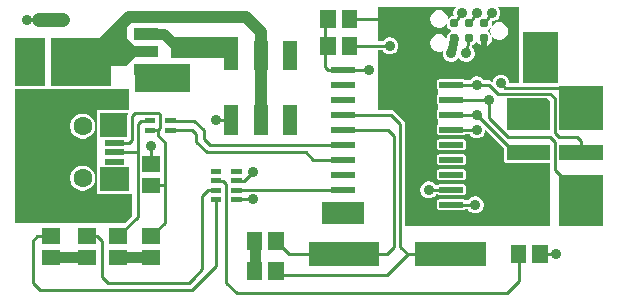
<source format=gbr>
G04 start of page 2 for group 0 idx 0 *
G04 Title: (unknown), top *
G04 Creator: pcb 20140316 *
G04 CreationDate: Wed 15 Apr 2020 03:13:27 PM GMT UTC *
G04 For: railfan *
G04 Format: Gerber/RS-274X *
G04 PCB-Dimensions (mil): 2000.00 1000.00 *
G04 PCB-Coordinate-Origin: lower left *
%MOIN*%
%FSLAX25Y25*%
%LNTOP*%
%ADD34C,0.0433*%
%ADD33C,0.0390*%
%ADD32C,0.0360*%
%ADD31R,0.0177X0.0177*%
%ADD30R,0.0197X0.0197*%
%ADD29R,0.0340X0.0340*%
%ADD28R,0.0945X0.0945*%
%ADD27R,0.0378X0.0378*%
%ADD26R,0.0470X0.0470*%
%ADD25R,0.0630X0.0630*%
%ADD24R,0.0167X0.0167*%
%ADD23R,0.0500X0.0500*%
%ADD22R,0.0787X0.0787*%
%ADD21R,0.0200X0.0200*%
%ADD20R,0.0512X0.0512*%
%ADD19C,0.0310*%
%ADD18C,0.0633*%
%ADD17C,0.0200*%
%ADD16C,0.0300*%
%ADD15C,0.0450*%
%ADD14C,0.0350*%
%ADD13C,0.0400*%
%ADD12C,0.0100*%
%ADD11C,0.0001*%
G54D11*G36*
X104000Y33500D02*X118000D01*
Y26000D01*
X104000D01*
Y33500D01*
G37*
G36*
X147000Y90654D02*X147210Y90567D01*
X147490Y90500D01*
X147210Y90433D01*
X147000Y90346D01*
Y90654D01*
G37*
G36*
Y98500D02*X148530D01*
X148514Y98486D01*
X148228Y98151D01*
X147997Y97775D01*
X147829Y97368D01*
X147726Y96939D01*
X147691Y96500D01*
X147726Y96061D01*
X147829Y95632D01*
X147864Y95547D01*
X147600Y95526D01*
X147210Y95433D01*
X147000Y95346D01*
Y98500D01*
G37*
G36*
Y55704D02*X151126Y55707D01*
X151248Y55737D01*
X151364Y55785D01*
X151472Y55851D01*
X151567Y55933D01*
X151625Y56000D01*
X153135D01*
X153228Y55849D01*
X153514Y55514D01*
X153849Y55228D01*
X154225Y54997D01*
X154632Y54829D01*
X155061Y54726D01*
X155500Y54691D01*
X155939Y54726D01*
X156368Y54829D01*
X156775Y54997D01*
X157151Y55228D01*
X157486Y55514D01*
X157772Y55849D01*
X158003Y56225D01*
X158171Y56632D01*
X158274Y57061D01*
X158300Y57500D01*
X158379D01*
X164518Y51361D01*
X164525Y47343D01*
X164562Y47190D01*
X164622Y47045D01*
X164704Y46910D01*
X164807Y46791D01*
X164926Y46688D01*
X165061Y46606D01*
X165206Y46546D01*
X165359Y46509D01*
X165516Y46500D01*
X169500Y46503D01*
Y25500D01*
X147000D01*
Y30704D01*
X151126Y30707D01*
X151248Y30737D01*
X151364Y30785D01*
X151472Y30851D01*
X151567Y30933D01*
X151625Y31000D01*
X152635D01*
X152728Y30849D01*
X153014Y30514D01*
X153349Y30228D01*
X153725Y29997D01*
X154132Y29829D01*
X154561Y29726D01*
X155000Y29691D01*
X155439Y29726D01*
X155868Y29829D01*
X156275Y29997D01*
X156651Y30228D01*
X156986Y30514D01*
X157272Y30849D01*
X157503Y31225D01*
X157671Y31632D01*
X157774Y32061D01*
X157800Y32500D01*
X157774Y32939D01*
X157671Y33368D01*
X157503Y33775D01*
X157272Y34151D01*
X156986Y34486D01*
X156651Y34772D01*
X156275Y35003D01*
X155868Y35171D01*
X155439Y35274D01*
X155000Y35309D01*
X154561Y35274D01*
X154132Y35171D01*
X153725Y35003D01*
X153349Y34772D01*
X153014Y34486D01*
X152728Y34151D01*
X152635Y34000D01*
X151625D01*
X151567Y34067D01*
X151472Y34149D01*
X151364Y34215D01*
X151248Y34263D01*
X151126Y34293D01*
X151000Y34300D01*
X147000Y34296D01*
Y35704D01*
X151126Y35707D01*
X151248Y35737D01*
X151364Y35785D01*
X151472Y35851D01*
X151567Y35933D01*
X151649Y36028D01*
X151715Y36136D01*
X151763Y36252D01*
X151793Y36374D01*
X151800Y36500D01*
X151793Y38626D01*
X151763Y38748D01*
X151715Y38864D01*
X151649Y38972D01*
X151567Y39067D01*
X151472Y39149D01*
X151364Y39215D01*
X151248Y39263D01*
X151126Y39293D01*
X151000Y39300D01*
X147000Y39296D01*
Y40704D01*
X151126Y40707D01*
X151248Y40737D01*
X151364Y40785D01*
X151472Y40851D01*
X151567Y40933D01*
X151649Y41028D01*
X151715Y41136D01*
X151763Y41252D01*
X151793Y41374D01*
X151800Y41500D01*
X151793Y43626D01*
X151763Y43748D01*
X151715Y43864D01*
X151649Y43972D01*
X151567Y44067D01*
X151472Y44149D01*
X151364Y44215D01*
X151248Y44263D01*
X151126Y44293D01*
X151000Y44300D01*
X147000Y44296D01*
Y45704D01*
X151126Y45707D01*
X151248Y45737D01*
X151364Y45785D01*
X151472Y45851D01*
X151567Y45933D01*
X151649Y46028D01*
X151715Y46136D01*
X151763Y46252D01*
X151793Y46374D01*
X151800Y46500D01*
X151793Y48626D01*
X151763Y48748D01*
X151715Y48864D01*
X151649Y48972D01*
X151567Y49067D01*
X151472Y49149D01*
X151364Y49215D01*
X151248Y49263D01*
X151126Y49293D01*
X151000Y49300D01*
X147000Y49296D01*
Y50704D01*
X151126Y50707D01*
X151248Y50737D01*
X151364Y50785D01*
X151472Y50851D01*
X151567Y50933D01*
X151649Y51028D01*
X151715Y51136D01*
X151763Y51252D01*
X151793Y51374D01*
X151800Y51500D01*
X151793Y53626D01*
X151763Y53748D01*
X151715Y53864D01*
X151649Y53972D01*
X151567Y54067D01*
X151472Y54149D01*
X151364Y54215D01*
X151248Y54263D01*
X151126Y54293D01*
X151000Y54300D01*
X147000Y54296D01*
Y55704D01*
G37*
G36*
X162995Y95213D02*X163003Y95225D01*
X163171Y95632D01*
X163274Y96061D01*
X163300Y96500D01*
X163274Y96939D01*
X163171Y97368D01*
X163003Y97775D01*
X162995Y97787D01*
Y98500D01*
X169500D01*
Y73000D01*
X166300D01*
X166274Y73439D01*
X166171Y73868D01*
X166003Y74275D01*
X165772Y74651D01*
X165486Y74986D01*
X165151Y75272D01*
X164775Y75503D01*
X164368Y75671D01*
X163939Y75774D01*
X163500Y75809D01*
X163061Y75774D01*
X162995Y75758D01*
Y87541D01*
X163000Y87541D01*
X163463Y87577D01*
X163914Y87686D01*
X164343Y87863D01*
X164739Y88106D01*
X165092Y88408D01*
X165394Y88761D01*
X165637Y89157D01*
X165814Y89586D01*
X165923Y90037D01*
X165950Y90500D01*
X165923Y90963D01*
X165814Y91414D01*
X165637Y91843D01*
X165394Y92239D01*
X165092Y92592D01*
X164739Y92894D01*
X164343Y93137D01*
X163914Y93314D01*
X163463Y93423D01*
X163000Y93459D01*
X162995Y93459D01*
Y95213D01*
G37*
G36*
Y97787D02*X162772Y98151D01*
X162486Y98486D01*
X162470Y98500D01*
X162995D01*
Y97787D01*
G37*
G36*
X160550Y93000D02*X160526Y93400D01*
X160456Y93695D01*
X160500Y93691D01*
X160939Y93726D01*
X161368Y93829D01*
X161775Y93997D01*
X162151Y94228D01*
X162486Y94514D01*
X162772Y94849D01*
X162995Y95213D01*
Y93459D01*
X162537Y93423D01*
X162086Y93314D01*
X161657Y93137D01*
X161261Y92894D01*
X160908Y92592D01*
X160606Y92239D01*
X160363Y91843D01*
X160186Y91414D01*
X160077Y90963D01*
X160041Y90500D01*
X160077Y90037D01*
X160186Y89586D01*
X160363Y89157D01*
X160606Y88761D01*
X160908Y88408D01*
X161261Y88106D01*
X161657Y87863D01*
X162086Y87686D01*
X162537Y87577D01*
X162995Y87541D01*
Y75758D01*
X162632Y75671D01*
X162225Y75503D01*
X161849Y75272D01*
X161514Y74986D01*
X161228Y74651D01*
X160997Y74275D01*
X160829Y73868D01*
X160726Y73439D01*
X160723Y73399D01*
X160602Y73519D01*
X160564Y73564D01*
X160384Y73717D01*
X160183Y73841D01*
X159965Y73931D01*
X159735Y73986D01*
X159735Y73986D01*
X159500Y74005D01*
X159441Y74000D01*
X157865D01*
X157772Y74151D01*
X157486Y74486D01*
X157151Y74772D01*
X156775Y75003D01*
X156368Y75171D01*
X155939Y75274D01*
X155500Y75309D01*
X155061Y75274D01*
X154632Y75171D01*
X154225Y75003D01*
X153849Y74772D01*
X153514Y74486D01*
X153228Y74151D01*
X153135Y74000D01*
X151625D01*
X151567Y74067D01*
X151472Y74149D01*
X151364Y74215D01*
X151248Y74263D01*
X151126Y74293D01*
X151000Y74300D01*
X147000Y74296D01*
Y80191D01*
X147439Y80226D01*
X147868Y80329D01*
X148275Y80497D01*
X148651Y80728D01*
X148986Y81014D01*
X149272Y81349D01*
X149500Y81721D01*
X149728Y81349D01*
X150014Y81014D01*
X150349Y80728D01*
X150725Y80497D01*
X151132Y80329D01*
X151561Y80226D01*
X152000Y80191D01*
X152439Y80226D01*
X152868Y80329D01*
X153275Y80497D01*
X153651Y80728D01*
X153986Y81014D01*
X154272Y81349D01*
X154503Y81725D01*
X154671Y82132D01*
X154774Y82561D01*
X154800Y83000D01*
X154774Y83439D01*
X154671Y83868D01*
X154503Y84275D01*
X154272Y84651D01*
X153986Y84986D01*
X153936Y85029D01*
X154066Y85681D01*
X154161Y85721D01*
X154503Y85931D01*
X154809Y86191D01*
X155069Y86497D01*
X155279Y86839D01*
X155433Y87210D01*
X155500Y87490D01*
X155567Y87210D01*
X155721Y86839D01*
X155931Y86497D01*
X156191Y86191D01*
X156497Y85931D01*
X156839Y85721D01*
X157210Y85567D01*
X157600Y85474D01*
X158000Y85442D01*
X158400Y85474D01*
X158790Y85567D01*
X159161Y85721D01*
X159503Y85931D01*
X159809Y86191D01*
X160069Y86497D01*
X160279Y86839D01*
X160433Y87210D01*
X160526Y87600D01*
X160550Y88000D01*
X160526Y88400D01*
X160433Y88790D01*
X160279Y89161D01*
X160069Y89503D01*
X159809Y89809D01*
X159503Y90069D01*
X159161Y90279D01*
X158790Y90433D01*
X158510Y90500D01*
X158790Y90567D01*
X159161Y90721D01*
X159503Y90931D01*
X159809Y91191D01*
X160069Y91497D01*
X160279Y91839D01*
X160433Y92210D01*
X160526Y92600D01*
X160550Y93000D01*
G37*
G36*
X147000Y74296D02*X142874Y74293D01*
X142752Y74263D01*
X142636Y74215D01*
X142528Y74149D01*
X142433Y74067D01*
X142351Y73972D01*
X142285Y73864D01*
X142237Y73748D01*
X142207Y73626D01*
X142200Y73500D01*
X142207Y71374D01*
X142237Y71252D01*
X142285Y71136D01*
X142351Y71028D01*
X142433Y70933D01*
X142500Y70875D01*
Y69125D01*
X142433Y69067D01*
X142351Y68972D01*
X142285Y68864D01*
X142237Y68748D01*
X142207Y68626D01*
X142200Y68500D01*
X142207Y66374D01*
X142237Y66252D01*
X142285Y66136D01*
X142351Y66028D01*
X142433Y65933D01*
X142500Y65875D01*
Y64125D01*
X142433Y64067D01*
X142351Y63972D01*
X142285Y63864D01*
X142237Y63748D01*
X142207Y63626D01*
X142200Y63500D01*
X142207Y61374D01*
X142237Y61252D01*
X142285Y61136D01*
X142351Y61028D01*
X142433Y60933D01*
X142500Y60875D01*
Y59125D01*
X142433Y59067D01*
X142351Y58972D01*
X142285Y58864D01*
X142237Y58748D01*
X142207Y58626D01*
X142200Y58500D01*
X142207Y56374D01*
X142237Y56252D01*
X142285Y56136D01*
X142351Y56028D01*
X142433Y55933D01*
X142528Y55851D01*
X142636Y55785D01*
X142752Y55737D01*
X142874Y55707D01*
X143000Y55700D01*
X147000Y55704D01*
Y54296D01*
X142874Y54293D01*
X142752Y54263D01*
X142636Y54215D01*
X142528Y54149D01*
X142433Y54067D01*
X142351Y53972D01*
X142285Y53864D01*
X142237Y53748D01*
X142207Y53626D01*
X142200Y53500D01*
X142207Y51374D01*
X142237Y51252D01*
X142285Y51136D01*
X142351Y51028D01*
X142433Y50933D01*
X142528Y50851D01*
X142636Y50785D01*
X142752Y50737D01*
X142874Y50707D01*
X143000Y50700D01*
X147000Y50704D01*
Y49296D01*
X142874Y49293D01*
X142752Y49263D01*
X142636Y49215D01*
X142528Y49149D01*
X142433Y49067D01*
X142351Y48972D01*
X142285Y48864D01*
X142237Y48748D01*
X142207Y48626D01*
X142200Y48500D01*
X142207Y46374D01*
X142237Y46252D01*
X142285Y46136D01*
X142351Y46028D01*
X142433Y45933D01*
X142528Y45851D01*
X142636Y45785D01*
X142752Y45737D01*
X142874Y45707D01*
X143000Y45700D01*
X147000Y45704D01*
Y44296D01*
X142874Y44293D01*
X142752Y44263D01*
X142636Y44215D01*
X142528Y44149D01*
X142433Y44067D01*
X142351Y43972D01*
X142285Y43864D01*
X142237Y43748D01*
X142207Y43626D01*
X142200Y43500D01*
X142207Y41374D01*
X142237Y41252D01*
X142285Y41136D01*
X142351Y41028D01*
X142433Y40933D01*
X142528Y40851D01*
X142636Y40785D01*
X142752Y40737D01*
X142874Y40707D01*
X143000Y40700D01*
X147000Y40704D01*
Y39296D01*
X142874Y39293D01*
X142752Y39263D01*
X142636Y39215D01*
X142528Y39149D01*
X142433Y39067D01*
X142375Y39000D01*
X141865D01*
X141772Y39151D01*
X141486Y39486D01*
X141151Y39772D01*
X140775Y40003D01*
X140368Y40171D01*
X139939Y40274D01*
X139500Y40309D01*
X139061Y40274D01*
X138632Y40171D01*
X138225Y40003D01*
X137849Y39772D01*
X137514Y39486D01*
X137228Y39151D01*
X136997Y38775D01*
X136829Y38368D01*
X136726Y37939D01*
X136691Y37500D01*
X136726Y37061D01*
X136829Y36632D01*
X136997Y36225D01*
X137228Y35849D01*
X137514Y35514D01*
X137849Y35228D01*
X138225Y34997D01*
X138632Y34829D01*
X139061Y34726D01*
X139500Y34691D01*
X139939Y34726D01*
X140368Y34829D01*
X140775Y34997D01*
X141151Y35228D01*
X141486Y35514D01*
X141772Y35849D01*
X141865Y36000D01*
X142375D01*
X142433Y35933D01*
X142528Y35851D01*
X142636Y35785D01*
X142752Y35737D01*
X142874Y35707D01*
X143000Y35700D01*
X147000Y35704D01*
Y34296D01*
X142874Y34293D01*
X142752Y34263D01*
X142636Y34215D01*
X142528Y34149D01*
X142433Y34067D01*
X142351Y33972D01*
X142285Y33864D01*
X142237Y33748D01*
X142207Y33626D01*
X142200Y33500D01*
X142207Y31374D01*
X142237Y31252D01*
X142285Y31136D01*
X142351Y31028D01*
X142433Y30933D01*
X142528Y30851D01*
X142636Y30785D01*
X142752Y30737D01*
X142874Y30707D01*
X143000Y30700D01*
X147000Y30704D01*
Y25500D01*
X131500D01*
Y59441D01*
X131505Y59500D01*
X131486Y59735D01*
X131431Y59965D01*
X131341Y60183D01*
X131217Y60384D01*
X131064Y60564D01*
X131019Y60602D01*
X128102Y63519D01*
X128064Y63564D01*
X127884Y63717D01*
X127683Y63841D01*
X127465Y63931D01*
X127235Y63986D01*
X127000Y64005D01*
X126941Y64000D01*
X122500D01*
Y84000D01*
X124135D01*
X124228Y83849D01*
X124514Y83514D01*
X124849Y83228D01*
X125225Y82997D01*
X125632Y82829D01*
X126061Y82726D01*
X126500Y82691D01*
X126939Y82726D01*
X127368Y82829D01*
X127775Y82997D01*
X128151Y83228D01*
X128486Y83514D01*
X128772Y83849D01*
X129003Y84225D01*
X129171Y84632D01*
X129274Y85061D01*
X129300Y85500D01*
X129274Y85939D01*
X129171Y86368D01*
X129003Y86775D01*
X128772Y87151D01*
X128486Y87486D01*
X128151Y87772D01*
X127775Y88003D01*
X127368Y88171D01*
X126939Y88274D01*
X126500Y88309D01*
X126061Y88274D01*
X125632Y88171D01*
X125225Y88003D01*
X124849Y87772D01*
X124514Y87486D01*
X124228Y87151D01*
X124135Y87000D01*
X122500D01*
Y98500D01*
X147000D01*
Y95346D01*
X146839Y95279D01*
X146497Y95069D01*
X146191Y94809D01*
X145949Y94524D01*
X145923Y94963D01*
X145814Y95414D01*
X145637Y95843D01*
X145394Y96239D01*
X145092Y96592D01*
X144739Y96894D01*
X144343Y97137D01*
X143914Y97314D01*
X143463Y97423D01*
X143000Y97459D01*
X142537Y97423D01*
X142086Y97314D01*
X141657Y97137D01*
X141261Y96894D01*
X140908Y96592D01*
X140606Y96239D01*
X140363Y95843D01*
X140186Y95414D01*
X140077Y94963D01*
X140041Y94500D01*
X140077Y94037D01*
X140186Y93586D01*
X140363Y93157D01*
X140606Y92761D01*
X140908Y92408D01*
X141261Y92106D01*
X141657Y91863D01*
X142086Y91686D01*
X142537Y91577D01*
X143000Y91541D01*
X143463Y91577D01*
X143914Y91686D01*
X144343Y91863D01*
X144739Y92106D01*
X145092Y92408D01*
X145394Y92761D01*
X145453Y92858D01*
X145474Y92600D01*
X145567Y92210D01*
X145721Y91839D01*
X145931Y91497D01*
X146191Y91191D01*
X146497Y90931D01*
X146839Y90721D01*
X147000Y90654D01*
Y90346D01*
X146839Y90279D01*
X146497Y90069D01*
X146191Y89809D01*
X145931Y89503D01*
X145721Y89161D01*
X145567Y88790D01*
X145474Y88400D01*
X145453Y88142D01*
X145394Y88239D01*
X145092Y88592D01*
X144739Y88894D01*
X144343Y89137D01*
X143914Y89314D01*
X143463Y89423D01*
X143000Y89459D01*
X142537Y89423D01*
X142086Y89314D01*
X141657Y89137D01*
X141261Y88894D01*
X140908Y88592D01*
X140606Y88239D01*
X140363Y87843D01*
X140186Y87414D01*
X140077Y86963D01*
X140041Y86500D01*
X140077Y86037D01*
X140186Y85586D01*
X140363Y85157D01*
X140606Y84761D01*
X140908Y84408D01*
X141261Y84106D01*
X141657Y83863D01*
X142086Y83686D01*
X142537Y83577D01*
X143000Y83541D01*
X143463Y83577D01*
X143914Y83686D01*
X144326Y83856D01*
X144226Y83439D01*
X144191Y83000D01*
X144226Y82561D01*
X144329Y82132D01*
X144497Y81725D01*
X144728Y81349D01*
X145014Y81014D01*
X145349Y80728D01*
X145725Y80497D01*
X146132Y80329D01*
X146561Y80226D01*
X147000Y80191D01*
Y74296D01*
G37*
G36*
X171000Y90000D02*X182500D01*
Y73000D01*
X171000D01*
Y90000D01*
G37*
G36*
X161000Y50000D02*X164520D01*
X164525Y47343D01*
X164562Y47190D01*
X164622Y47045D01*
X164704Y46910D01*
X164807Y46791D01*
X164926Y46688D01*
X165061Y46606D01*
X165206Y46546D01*
X165359Y46509D01*
X165516Y46500D01*
X178000Y46508D01*
Y25500D01*
X161000D01*
Y50000D01*
G37*
G36*
X174000Y25500D02*Y46500D01*
X180000D01*
Y44000D01*
X180000Y44000D01*
Y25500D01*
X174000D01*
G37*
G36*
X183000Y42500D02*X197500D01*
Y25500D01*
X183000D01*
Y42500D01*
G37*
G36*
Y72000D02*X197500D01*
Y57500D01*
X183000D01*
Y67941D01*
X183005Y68000D01*
X183000Y68059D01*
Y72000D01*
G37*
G36*
X180000Y57500D02*X165500D01*
Y68000D01*
X179000D01*
X180000Y67000D01*
Y57500D01*
G37*
G36*
X11500Y88000D02*Y72000D01*
X1500D01*
Y88000D01*
X11500D01*
G37*
G36*
X13500Y72000D02*Y88000D01*
X33500D01*
Y72000D01*
X13500D01*
G37*
G36*
X53738Y88500D02*X76000D01*
Y81500D01*
X53500D01*
Y87999D01*
X53595Y88154D01*
X53738Y88500D01*
G37*
G36*
X37565Y82000D02*X34000D01*
Y92000D01*
X39000D01*
Y83442D01*
X37565Y82000D01*
G37*
G36*
X41500Y70000D02*Y79500D01*
X60000D01*
Y70000D01*
X41500D01*
G37*
G36*
X30000Y37000D02*Y45000D01*
X39500D01*
Y37000D01*
X30000D01*
G37*
G36*
Y55000D02*Y63000D01*
X39381D01*
X39283Y62884D01*
X39159Y62683D01*
X39069Y62465D01*
X39014Y62235D01*
X39014Y62235D01*
X38995Y62000D01*
X39000Y61941D01*
Y55000D01*
X30000D01*
G37*
G36*
X26000Y71000D02*X39500D01*
Y64000D01*
X26000D01*
Y71000D01*
G37*
G36*
X25000Y65000D02*X29000D01*
Y34500D01*
X25000D01*
Y37266D01*
X25413Y37365D01*
X26019Y37616D01*
X26578Y37958D01*
X27076Y38384D01*
X27502Y38883D01*
X27845Y39442D01*
X28096Y40047D01*
X28249Y40685D01*
X28287Y41339D01*
X28249Y41992D01*
X28096Y42630D01*
X27845Y43235D01*
X27502Y43794D01*
X27076Y44293D01*
X26578Y44719D01*
X26019Y45061D01*
X25413Y45312D01*
X25000Y45411D01*
Y54589D01*
X25413Y54688D01*
X26019Y54939D01*
X26578Y55281D01*
X27076Y55707D01*
X27502Y56206D01*
X27845Y56765D01*
X28096Y57370D01*
X28249Y58008D01*
X28287Y58661D01*
X28249Y59315D01*
X28096Y59953D01*
X27845Y60558D01*
X27502Y61117D01*
X27076Y61616D01*
X26578Y62042D01*
X26019Y62384D01*
X25413Y62635D01*
X25000Y62734D01*
Y65000D01*
G37*
G36*
X1500Y71000D02*X26500D01*
Y62089D01*
X26019Y62384D01*
X25413Y62635D01*
X24776Y62788D01*
X24122Y62840D01*
X23468Y62788D01*
X22831Y62635D01*
X22225Y62384D01*
X21666Y62042D01*
X21168Y61616D01*
X20742Y61117D01*
X20399Y60558D01*
X20148Y59953D01*
X19995Y59315D01*
X19944Y58661D01*
X19995Y58008D01*
X20148Y57370D01*
X20399Y56765D01*
X20742Y56206D01*
X21168Y55707D01*
X21666Y55281D01*
X22225Y54939D01*
X22831Y54688D01*
X23468Y54535D01*
X24122Y54483D01*
X24776Y54535D01*
X25413Y54688D01*
X26019Y54939D01*
X26500Y55233D01*
Y44767D01*
X26019Y45061D01*
X25413Y45312D01*
X24776Y45465D01*
X24122Y45517D01*
X23468Y45465D01*
X22831Y45312D01*
X22225Y45061D01*
X21666Y44719D01*
X21168Y44293D01*
X20742Y43794D01*
X20399Y43235D01*
X20148Y42630D01*
X19995Y41992D01*
X19944Y41339D01*
X19995Y40685D01*
X20148Y40047D01*
X20399Y39442D01*
X20742Y38883D01*
X21168Y38384D01*
X21666Y37958D01*
X22225Y37616D01*
X22831Y37365D01*
X23468Y37212D01*
X24122Y37160D01*
X24776Y37212D01*
X25413Y37365D01*
X26019Y37616D01*
X26500Y37911D01*
Y26500D01*
X1500D01*
Y71000D01*
G37*
G36*
X25500Y36000D02*X40500D01*
Y28664D01*
X38336Y26500D01*
X25500D01*
Y36000D01*
G37*
G54D12*X62000Y53500D02*X65500Y50000D01*
X73700Y60675D02*X68500D01*
X65500Y50000D02*X98500D01*
X78075Y40575D02*X81000Y43500D01*
X65925Y37425D02*X64000Y35500D01*
X75348Y34276D02*X81000D01*
X68652Y37425D02*X65925D01*
X75348Y40575D02*X78075D01*
X70925D02*X72000Y39500D01*
X68652Y40575D02*X70925D01*
X71750Y39750D01*
G54D13*X28000Y83500D02*X39500Y95000D01*
G54D14*X44858Y89406D02*X51137D01*
X56500Y84043D01*
G54D15*X9500Y94000D02*X17500D01*
G54D12*X53348Y60575D02*X61425D01*
X46652D02*X43575D01*
X50000Y62500D02*X49500Y63000D01*
X41500D01*
X40500Y62000D01*
X64000Y35500D02*Y11000D01*
X68652Y34276D02*Y12152D01*
X64000Y11000D02*X59500Y6500D01*
X68652Y12152D02*X60500Y4000D01*
X93043Y16000D02*X88543Y20500D01*
G54D14*X81457D02*Y10500D01*
G54D12*X59500Y6500D02*X61500Y8500D01*
X72000Y39500D02*Y6500D01*
X75500Y3000D01*
X60500Y4000D02*X16000D01*
X32500Y6500D02*X59500D01*
G54D14*X14000Y15043D02*X25000D01*
G54D12*X17000Y4000D02*X10000D01*
X7500Y6500D01*
Y20500D01*
X9000Y22000D01*
X13957D01*
X14000Y22043D01*
X25000D02*X28957D01*
X30500Y20500D01*
X42500Y28543D02*X36000Y22043D01*
X51500Y26543D02*X47000Y22043D01*
X30500Y20500D02*Y8500D01*
X32500Y6500D01*
G54D14*X47000Y14957D02*X36000D01*
G54D13*X83500Y90000D02*Y60675D01*
X39500Y95000D02*X78500D01*
X83500Y90000D01*
G54D12*X43575Y60575D02*X42500Y59500D01*
X64500Y54500D02*X66500Y52500D01*
X61425Y60575D02*X64500Y57500D01*
Y54500D01*
X60575Y57425D02*X62000Y56000D01*
Y53500D01*
X53348Y57425D02*X60575D01*
X46652D02*X49425D01*
X50000Y58000D01*
Y62500D01*
X49425Y57425D02*Y55575D01*
X51500Y53500D01*
Y26543D01*
X47000Y38957D02*X51500D01*
X40500Y62000D02*Y54000D01*
X47000Y46043D02*Y52000D01*
X42500Y59500D02*Y28543D01*
X34752Y50000D02*X42500D01*
X34752Y53150D02*X39650D01*
X40500Y54000D01*
X111000Y62500D02*X127000D01*
X130000Y59500D01*
Y18500D01*
X111000Y57500D02*X126000D01*
X128000Y55500D01*
Y18500D01*
X130000D02*X132500Y16000D01*
X125500Y9000D01*
X132500Y16000D02*X146717D01*
X147000Y37500D02*X139500D01*
X155000Y32500D02*X147000D01*
X128000Y18500D02*X125500Y16000D01*
X93043D01*
X125500Y9000D02*X88500D01*
X75500Y3000D02*X165500D01*
X169500Y7000D01*
Y16000D01*
X66500Y52500D02*X111000D01*
X106000Y77500D02*X105000Y78500D01*
Y94500D01*
X98500Y50000D02*X101000Y47500D01*
X111000D01*
X75348Y37425D02*X111000D01*
X113043Y85500D02*X126500D01*
G54D16*X148000Y88000D02*X147000Y83000D01*
G54D12*X113043Y94500D02*X126000D01*
X153000Y93000D02*X155500Y96500D01*
X158000Y93000D02*X160500Y96500D01*
X148000Y93000D02*X150500Y96500D01*
X153000Y88000D02*X152000Y83000D01*
G54D17*X158000Y88000D02*Y83500D01*
G54D12*X147000Y72500D02*X159500D01*
X106000Y77500D02*X119500D01*
X159500Y72500D02*X162500Y69500D01*
X163500Y73000D02*X165000Y71500D01*
X147000Y67500D02*X159500D01*
X147000Y62500D02*X155500D01*
X147000Y57500D02*X155500D01*
X159500Y67500D02*Y61500D01*
X182000Y16000D02*X176543D01*
X155500Y62500D02*X168000Y50000D01*
X159500Y61500D02*X166000Y55000D01*
X181500Y53500D02*Y44000D01*
Y68000D02*Y56500D01*
Y44000D02*X185500Y40000D01*
X162500Y69500D02*X180000D01*
X165000Y71500D02*X187500D01*
X180000Y69500D02*X181500Y68000D01*
X166000Y55000D02*X180000D01*
X181500Y53500D01*
Y56500D02*X183000Y55000D01*
X189000D01*
X190240Y53760D01*
Y50000D01*
G54D18*X24122Y58661D03*
Y41339D03*
G54D19*X158000Y93000D03*
Y88000D03*
G54D20*X166957Y81893D02*Y81107D01*
X174043Y81893D02*Y81107D01*
G54D19*X153000Y93000D03*
Y88000D03*
X148000Y93000D03*
Y88000D03*
G54D21*X144000Y62500D02*X150000D01*
X144000Y67500D02*X150000D01*
X144000Y72500D02*X150000D01*
X144000Y77500D02*X150000D01*
G54D20*X176543Y16393D02*Y15607D01*
X169457Y16393D02*Y15607D01*
G54D21*X144000Y32500D02*X150000D01*
G54D22*X138843Y16000D02*X154591D01*
G54D21*X144000Y37500D02*X150000D01*
G54D23*X168016Y40000D02*X177504D01*
G54D21*X144000Y42500D02*X150000D01*
X144000Y47500D02*X150000D01*
X144000Y52500D02*X150000D01*
X144000Y57500D02*X150000D01*
G54D23*X168016Y60000D02*X177504D01*
X168016Y50000D02*X177504D01*
X185496Y40000D02*X194984D01*
X185496Y50000D02*X194984D01*
X185496Y60000D02*X194984D01*
G54D24*X67717Y34276D02*X69587D01*
G54D20*X88543Y20893D02*Y20107D01*
X81457Y20893D02*Y20107D01*
X88543Y10893D02*Y10107D01*
X81457Y10893D02*Y10107D01*
G54D21*X108000Y32500D02*X114000D01*
G54D22*X103409Y16000D02*X119157D01*
G54D20*X25107Y14957D02*X25893D01*
X35607D02*X36393D01*
X46607D02*X47393D01*
X25107Y22043D02*X25893D01*
X35607D02*X36393D01*
X46607D02*X47393D01*
G54D25*X33177Y32874D02*X34752D01*
G54D20*X13107Y14957D02*X13893D01*
X13107Y22043D02*X13893D01*
G54D25*X11524Y32874D02*X13098D01*
G54D24*X74413Y40575D02*X76283D01*
X74413Y43724D02*X76283D01*
X67717D02*X69587D01*
X67717Y40575D02*X69587D01*
X67717Y37425D02*X69587D01*
X74413Y34276D02*X76283D01*
X74413Y37425D02*X76283D01*
G54D26*X73700Y84900D02*Y79750D01*
X83500Y84900D02*Y79750D01*
X93300Y84900D02*Y79750D01*
X73700Y63250D02*Y58100D01*
X83500Y63250D02*Y58100D01*
X93300Y63250D02*Y58100D01*
G54D21*X108000Y77500D02*X114000D01*
X108000Y72500D02*X114000D01*
X108000Y67500D02*X114000D01*
X108000Y62500D02*X114000D01*
X108000Y57500D02*X114000D01*
X108000Y52500D02*X114000D01*
X108000Y47500D02*X114000D01*
X108000Y42500D02*X114000D01*
X108000Y37500D02*X114000D01*
G54D20*X105957Y94893D02*Y94107D01*
Y85893D02*Y85107D01*
X113043Y94893D02*Y94107D01*
Y85893D02*Y85107D01*
G54D24*X45717Y60575D02*X47587D01*
X45717Y57425D02*X47587D01*
X52413D02*X54283D01*
X52413Y60575D02*X54283D01*
G54D27*X43311Y77594D02*X47405D01*
X35595Y83500D02*X47405D01*
G54D28*X31971D02*X33861D01*
G54D11*G36*
X37166Y80195D02*X40006Y83035D01*
X41426Y81615D01*
X38586Y78775D01*
X37166Y80195D01*
G37*
G36*
X38586Y88225D02*X41426Y85385D01*
X40006Y83965D01*
X37166Y86805D01*
X38586Y88225D01*
G37*
G54D29*X9600Y86100D02*Y85500D01*
X13500Y94300D02*Y93700D01*
X17400Y86100D02*Y85500D01*
G54D20*X16043Y77893D02*Y77107D01*
X8957Y77893D02*Y77107D01*
G54D27*X43311Y89406D02*X47405D01*
G54D20*X56107Y84043D02*X56893D01*
X56107Y76957D02*X56893D01*
G54D25*X11524Y67126D02*X13098D01*
X33177D02*X34752D01*
G54D20*X46607Y38957D02*X47393D01*
X46607Y46043D02*X47393D01*
G54D30*X32587Y56299D02*X36917D01*
G54D31*X33768D02*X35933D01*
G54D30*X32587Y53150D02*X36917D01*
G54D31*X33768D02*X35933D01*
G54D30*X32587Y50000D02*X36917D01*
G54D31*X33768D02*X35933D01*
G54D30*X32587Y46850D02*X36917D01*
G54D31*X33768D02*X35933D01*
G54D30*X32587Y43701D02*X36917D01*
G54D31*X33768D02*X35933D01*
G54D32*X126500Y85500D03*
X152000Y83000D03*
X147000D03*
X126000Y94500D03*
X119500Y77500D03*
X130500Y94500D03*
X135000D03*
X155500Y96500D03*
X160500D03*
X150500D03*
X81000Y43500D03*
X68500Y60675D03*
X81000Y34276D03*
X66000Y83500D03*
X53000Y72500D03*
X57500D03*
X69000Y86500D03*
X63000D03*
X139500Y37500D03*
X155500Y62500D03*
X155000Y32500D03*
X111000Y28500D03*
X115500D03*
X155500Y57500D03*
X106500Y28500D03*
X182000Y16000D03*
X81500Y15500D03*
X4000Y85500D03*
X9500Y94000D03*
X5500D03*
X17500D03*
X4000Y75500D03*
Y80500D03*
X19500Y15000D03*
X41500D03*
X37000Y39500D03*
X32500D03*
X44000Y72500D03*
X48500D03*
X47000Y52000D03*
X36500Y60500D03*
X32500D03*
X155500Y72500D03*
X159500Y67500D03*
X163500Y73000D03*
X179500Y76000D03*
Y81500D03*
Y87000D03*
X174000D03*
Y76000D03*
X176500Y65500D03*
X169000D03*
G54D17*G54D33*G54D34*M02*

</source>
